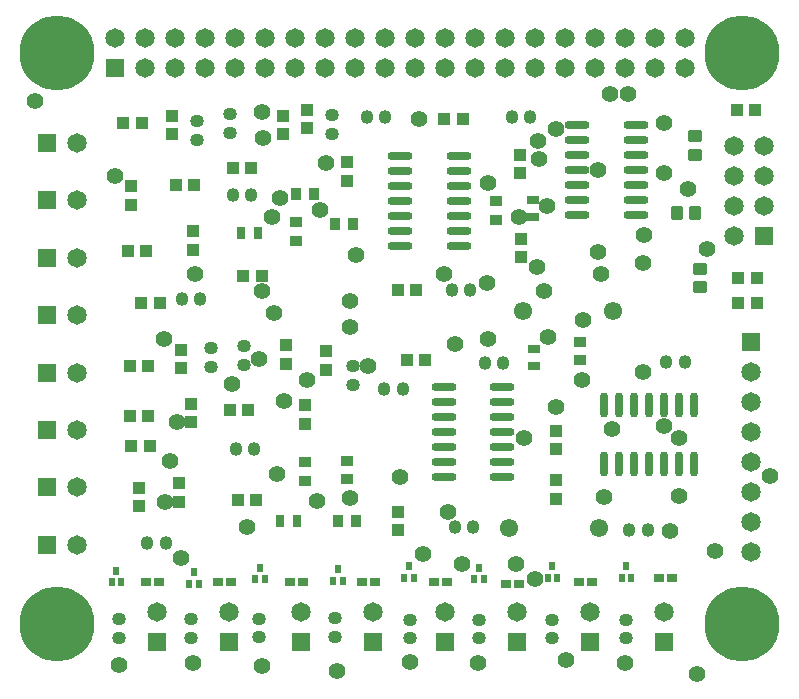
<source format=gbr>
G04*
G04 #@! TF.GenerationSoftware,Altium Limited,Altium Designer,23.2.1 (34)*
G04*
G04 Layer_Color=8388736*
%FSLAX25Y25*%
%MOIN*%
G70*
G04*
G04 #@! TF.SameCoordinates,168D8CC4-6B96-4916-8BE8-BBD7D9E71175*
G04*
G04*
G04 #@! TF.FilePolarity,Negative*
G04*
G01*
G75*
G04:AMPARAMS|DCode=32|XSize=42.91mil|YSize=46.06mil|CornerRadius=6.65mil|HoleSize=0mil|Usage=FLASHONLY|Rotation=270.000|XOffset=0mil|YOffset=0mil|HoleType=Round|Shape=RoundedRectangle|*
%AMROUNDEDRECTD32*
21,1,0.04291,0.03276,0,0,270.0*
21,1,0.02961,0.04606,0,0,270.0*
1,1,0.01331,-0.01638,-0.01480*
1,1,0.01331,-0.01638,0.01480*
1,1,0.01331,0.01638,0.01480*
1,1,0.01331,0.01638,-0.01480*
%
%ADD32ROUNDEDRECTD32*%
G04:AMPARAMS|DCode=33|XSize=42.91mil|YSize=46.06mil|CornerRadius=6.65mil|HoleSize=0mil|Usage=FLASHONLY|Rotation=0.000|XOffset=0mil|YOffset=0mil|HoleType=Round|Shape=RoundedRectangle|*
%AMROUNDEDRECTD33*
21,1,0.04291,0.03276,0,0,0.0*
21,1,0.02961,0.04606,0,0,0.0*
1,1,0.01331,0.01480,-0.01638*
1,1,0.01331,-0.01480,-0.01638*
1,1,0.01331,-0.01480,0.01638*
1,1,0.01331,0.01480,0.01638*
%
%ADD33ROUNDEDRECTD33*%
%ADD34O,0.08346X0.02953*%
%ADD35O,0.04291X0.04606*%
%ADD36O,0.02953X0.08346*%
%ADD37R,0.04016X0.04252*%
%ADD38R,0.01850X0.02559*%
%ADD39O,0.04606X0.04291*%
%ADD40R,0.04252X0.04016*%
%ADD41R,0.03150X0.04134*%
%ADD42R,0.04213X0.04449*%
%ADD43R,0.02244X0.02559*%
%ADD44R,0.03347X0.02559*%
%ADD45R,0.04134X0.03150*%
%ADD46R,0.03780X0.04449*%
%ADD47R,0.04449X0.03780*%
%ADD48R,0.04410X0.04213*%
%ADD49R,0.04213X0.04410*%
%ADD50C,0.06496*%
%ADD51C,0.06496*%
%ADD52R,0.06496X0.06496*%
%ADD53R,0.06496X0.06496*%
%ADD54R,0.06496X0.06496*%
%ADD55C,0.25000*%
%ADD56C,0.06102*%
%ADD57C,0.05591*%
D32*
X232500Y183610D02*
D03*
Y177390D02*
D03*
X230874Y227699D02*
D03*
Y221478D02*
D03*
D33*
X224890Y202000D02*
D03*
X231110D02*
D03*
D34*
X211244Y221500D02*
D03*
X147295Y129051D02*
D03*
X132756Y206000D02*
D03*
X147295Y114051D02*
D03*
Y119051D02*
D03*
Y124051D02*
D03*
Y134051D02*
D03*
Y139051D02*
D03*
Y144051D02*
D03*
X166783D02*
D03*
Y139051D02*
D03*
Y134051D02*
D03*
Y129051D02*
D03*
Y124051D02*
D03*
Y119051D02*
D03*
Y114051D02*
D03*
X211244Y231500D02*
D03*
Y226500D02*
D03*
Y216500D02*
D03*
Y211500D02*
D03*
Y206500D02*
D03*
Y201500D02*
D03*
X191756D02*
D03*
Y206500D02*
D03*
Y211500D02*
D03*
Y216500D02*
D03*
Y221500D02*
D03*
Y226500D02*
D03*
Y231500D02*
D03*
X132756Y191000D02*
D03*
Y196000D02*
D03*
Y201000D02*
D03*
Y211000D02*
D03*
Y216000D02*
D03*
Y221000D02*
D03*
X152244D02*
D03*
Y216000D02*
D03*
Y211000D02*
D03*
Y206000D02*
D03*
Y201000D02*
D03*
Y196000D02*
D03*
Y191000D02*
D03*
D35*
X227610Y152551D02*
D03*
X215149Y96551D02*
D03*
X208929D02*
D03*
X54610Y92000D02*
D03*
X48390D02*
D03*
X84110Y123500D02*
D03*
X77890D02*
D03*
X167110Y152000D02*
D03*
X160890D02*
D03*
X127270Y143456D02*
D03*
X133490D02*
D03*
X83110Y208051D02*
D03*
X76890D02*
D03*
X157110Y97551D02*
D03*
X150890D02*
D03*
X156110Y176551D02*
D03*
X149890D02*
D03*
X176110Y234000D02*
D03*
X169890D02*
D03*
X66110Y173500D02*
D03*
X59890D02*
D03*
X221390Y152551D02*
D03*
X121500Y234051D02*
D03*
X127720D02*
D03*
D36*
X220500Y118512D02*
D03*
X230500D02*
D03*
X225500D02*
D03*
X215500D02*
D03*
X210500D02*
D03*
X205500D02*
D03*
X200500D02*
D03*
Y138000D02*
D03*
X205500D02*
D03*
X210500D02*
D03*
X215500D02*
D03*
X220500D02*
D03*
X225500D02*
D03*
X230500D02*
D03*
D37*
X147429Y233500D02*
D03*
X134929Y153051D02*
D03*
X141071D02*
D03*
X138071Y176500D02*
D03*
X131929D02*
D03*
X84642Y106500D02*
D03*
X78500D02*
D03*
X86571Y181000D02*
D03*
X80429D02*
D03*
X153571Y233500D02*
D03*
X48681Y151051D02*
D03*
X42539D02*
D03*
X64071Y211500D02*
D03*
X57929D02*
D03*
X46571Y232000D02*
D03*
X40429D02*
D03*
D38*
X209650Y80500D02*
D03*
X185000D02*
D03*
X137150D02*
D03*
X160500Y80000D02*
D03*
X87500D02*
D03*
X113575Y79563D02*
D03*
X65500Y78500D02*
D03*
X39650Y79000D02*
D03*
X206500Y80500D02*
D03*
X181850D02*
D03*
X157350Y80000D02*
D03*
X134000Y80500D02*
D03*
X110425Y79563D02*
D03*
X84350Y80000D02*
D03*
X62350Y78500D02*
D03*
X36500Y79000D02*
D03*
D39*
X207925Y60377D02*
D03*
X183425D02*
D03*
X136000Y60390D02*
D03*
X158925Y60377D02*
D03*
X111000Y60890D02*
D03*
X85506Y60744D02*
D03*
X38850Y60440D02*
D03*
X62850D02*
D03*
X158925Y66598D02*
D03*
X111000Y67110D02*
D03*
X69539Y150941D02*
D03*
Y157161D02*
D03*
X117000Y144940D02*
D03*
Y151161D02*
D03*
X207925Y66598D02*
D03*
X183425D02*
D03*
X136000Y66610D02*
D03*
X85506Y66965D02*
D03*
X62850Y66661D02*
D03*
X38850D02*
D03*
X80539Y151441D02*
D03*
Y157661D02*
D03*
X65000Y226440D02*
D03*
Y232661D02*
D03*
X110000Y228440D02*
D03*
Y234661D02*
D03*
X76000Y228940D02*
D03*
Y235161D02*
D03*
D40*
X93500Y228480D02*
D03*
X108000Y149929D02*
D03*
X101500Y230429D02*
D03*
X94500Y151929D02*
D03*
X56500Y228429D02*
D03*
X59539Y150480D02*
D03*
X101000Y131929D02*
D03*
Y138071D02*
D03*
X59000Y105980D02*
D03*
Y112121D02*
D03*
X108000Y156071D02*
D03*
X59539Y156622D02*
D03*
X94500Y158071D02*
D03*
X184500Y123480D02*
D03*
Y129622D02*
D03*
X63039Y132480D02*
D03*
Y138622D02*
D03*
X115000Y212929D02*
D03*
Y219071D02*
D03*
X101500Y236571D02*
D03*
X132000Y102571D02*
D03*
Y96429D02*
D03*
X184500Y113071D02*
D03*
Y106929D02*
D03*
X173000Y193571D02*
D03*
Y187429D02*
D03*
X63500Y196071D02*
D03*
Y189929D02*
D03*
X172500Y215429D02*
D03*
Y221571D02*
D03*
X93500Y234621D02*
D03*
X56500Y234571D02*
D03*
D41*
X79646Y195500D02*
D03*
X92646Y99500D02*
D03*
X98354D02*
D03*
X85354Y195500D02*
D03*
D42*
X244949Y236500D02*
D03*
X251051D02*
D03*
X245449Y180500D02*
D03*
X251551D02*
D03*
X245449Y172000D02*
D03*
X251551D02*
D03*
D43*
X208075Y84437D02*
D03*
X183425Y84437D02*
D03*
X158925Y83937D02*
D03*
X135575Y84437D02*
D03*
X112000Y83500D02*
D03*
X85925Y83937D02*
D03*
X63925Y82437D02*
D03*
X38075Y82937D02*
D03*
D44*
X47835Y79000D02*
D03*
X52165D02*
D03*
X218835Y80500D02*
D03*
X223165D02*
D03*
X192335Y79000D02*
D03*
X196665D02*
D03*
X167835Y78500D02*
D03*
X172165D02*
D03*
X143835Y79000D02*
D03*
X148165D02*
D03*
X119835D02*
D03*
X124165D02*
D03*
X95835D02*
D03*
X100165D02*
D03*
X71835D02*
D03*
X76165D02*
D03*
D45*
X177280Y156905D02*
D03*
Y151196D02*
D03*
X177000Y206500D02*
D03*
Y200791D02*
D03*
D46*
X118036Y99500D02*
D03*
X111965D02*
D03*
X117035Y198500D02*
D03*
X110965D02*
D03*
X104036Y208500D02*
D03*
X97965D02*
D03*
D47*
X115000Y113464D02*
D03*
Y119535D02*
D03*
X101000Y119036D02*
D03*
Y112965D02*
D03*
X192539Y153015D02*
D03*
Y159086D02*
D03*
X164500Y199965D02*
D03*
Y206036D02*
D03*
X98000Y192965D02*
D03*
Y199035D02*
D03*
D48*
X45500Y110551D02*
D03*
Y104449D02*
D03*
X43000Y211051D02*
D03*
Y204949D02*
D03*
D49*
X43059Y124551D02*
D03*
X49161D02*
D03*
X41949Y189500D02*
D03*
X48051D02*
D03*
X75949Y136500D02*
D03*
X82051D02*
D03*
X42488Y134551D02*
D03*
X48590D02*
D03*
X76949Y217051D02*
D03*
X83051D02*
D03*
X46449Y172000D02*
D03*
X52551D02*
D03*
D50*
X244000Y224500D02*
D03*
Y194500D02*
D03*
X254000Y204500D02*
D03*
X244000D02*
D03*
X254000Y214500D02*
D03*
X244000D02*
D03*
X254000Y224500D02*
D03*
D51*
X227573Y250320D02*
D03*
X177573Y260320D02*
D03*
X197573D02*
D03*
X157573Y250320D02*
D03*
X127573Y260320D02*
D03*
X97573D02*
D03*
X57573D02*
D03*
X77573Y250320D02*
D03*
X37573Y260320D02*
D03*
X47573Y250320D02*
D03*
Y260320D02*
D03*
X57573Y250320D02*
D03*
X67573D02*
D03*
Y260320D02*
D03*
X77573D02*
D03*
X87573Y250320D02*
D03*
Y260320D02*
D03*
X97573Y250320D02*
D03*
X107573D02*
D03*
Y260320D02*
D03*
X117573Y250320D02*
D03*
Y260320D02*
D03*
X127573Y250320D02*
D03*
X137573D02*
D03*
Y260320D02*
D03*
X147573Y250320D02*
D03*
Y260320D02*
D03*
X157573D02*
D03*
X167573Y250320D02*
D03*
Y260320D02*
D03*
X177573Y250320D02*
D03*
X187573D02*
D03*
Y260320D02*
D03*
X197573Y250320D02*
D03*
X207573D02*
D03*
Y260320D02*
D03*
X217573Y250320D02*
D03*
Y260320D02*
D03*
X227573D02*
D03*
X249500Y89000D02*
D03*
Y99000D02*
D03*
Y109000D02*
D03*
Y119000D02*
D03*
Y129000D02*
D03*
Y139000D02*
D03*
Y149000D02*
D03*
X171575Y68988D02*
D03*
X99650D02*
D03*
X51500D02*
D03*
X25071Y91551D02*
D03*
Y110694D02*
D03*
Y187265D02*
D03*
X220500Y68988D02*
D03*
X196075D02*
D03*
X147650D02*
D03*
X123650D02*
D03*
X75500D02*
D03*
X25071Y129836D02*
D03*
Y148979D02*
D03*
Y206408D02*
D03*
Y225551D02*
D03*
Y168122D02*
D03*
D52*
X15071Y206408D02*
D03*
Y187265D02*
D03*
Y225551D02*
D03*
Y168122D02*
D03*
Y110694D02*
D03*
Y148979D02*
D03*
Y129836D02*
D03*
Y91551D02*
D03*
X37573Y250320D02*
D03*
D53*
X249500Y159000D02*
D03*
X171575Y58988D02*
D03*
X99650D02*
D03*
X51500D02*
D03*
X220500D02*
D03*
X196075D02*
D03*
X147650D02*
D03*
X123650D02*
D03*
X75500D02*
D03*
D54*
X254000Y194500D02*
D03*
D55*
X18400Y255320D02*
D03*
X246746D02*
D03*
X246500Y65051D02*
D03*
X18154D02*
D03*
D56*
X169110Y97051D02*
D03*
X199110D02*
D03*
X173500Y169500D02*
D03*
X203500D02*
D03*
D57*
X111500Y49500D02*
D03*
X213500Y185500D02*
D03*
X220500Y215500D02*
D03*
X235035Y190091D02*
D03*
X101500Y146500D02*
D03*
X76500Y145000D02*
D03*
X87000Y227000D02*
D03*
X222500Y96000D02*
D03*
X139000Y233500D02*
D03*
X105000Y106000D02*
D03*
X237500Y89500D02*
D03*
X91500Y115000D02*
D03*
X94000Y139500D02*
D03*
X179000Y220000D02*
D03*
X228500Y210000D02*
D03*
X90002Y200800D02*
D03*
X54000Y160000D02*
D03*
X182051Y160905D02*
D03*
X85547Y153441D02*
D03*
X162000Y160000D02*
D03*
X181772Y204500D02*
D03*
X37600Y214500D02*
D03*
X11000Y239600D02*
D03*
X162000Y212000D02*
D03*
X54169Y105980D02*
D03*
X81571Y97598D02*
D03*
X58208Y132480D02*
D03*
X86571Y176169D02*
D03*
X220500Y131122D02*
D03*
X184500Y230181D02*
D03*
X178685Y226000D02*
D03*
X86679Y235779D02*
D03*
X208600Y241800D02*
D03*
X214000Y194800D02*
D03*
X220500Y232000D02*
D03*
X122000Y151161D02*
D03*
X225500Y107700D02*
D03*
Y127100D02*
D03*
X177720Y80000D02*
D03*
X256000Y114500D02*
D03*
X151100Y158600D02*
D03*
X188000Y53000D02*
D03*
X158500Y52000D02*
D03*
X86500Y51000D02*
D03*
X136000Y52500D02*
D03*
X193500Y166500D02*
D03*
X199500Y181900D02*
D03*
X213500Y149206D02*
D03*
X90600Y168900D02*
D03*
X92800Y207100D02*
D03*
X56000Y119500D02*
D03*
X59500Y87300D02*
D03*
X140300Y88400D02*
D03*
X148500Y102400D02*
D03*
X207500Y52000D02*
D03*
X172400Y200800D02*
D03*
X64300Y181800D02*
D03*
X116100Y107300D02*
D03*
Y164000D02*
D03*
X39000Y51500D02*
D03*
X63500Y52000D02*
D03*
X231500Y48500D02*
D03*
X108000Y218716D02*
D03*
X106100Y203100D02*
D03*
X153200Y85039D02*
D03*
X132500Y114000D02*
D03*
X171400Y85039D02*
D03*
X174100Y127100D02*
D03*
X184500Y137600D02*
D03*
X193400Y146500D02*
D03*
X147200Y181900D02*
D03*
X161500Y178800D02*
D03*
X178200Y184000D02*
D03*
X180600Y176000D02*
D03*
X118100Y188300D02*
D03*
X116100Y172700D02*
D03*
X198522Y216322D02*
D03*
X198700Y189100D02*
D03*
X200640Y107623D02*
D03*
X203200Y130300D02*
D03*
X202600Y241900D02*
D03*
M02*

</source>
